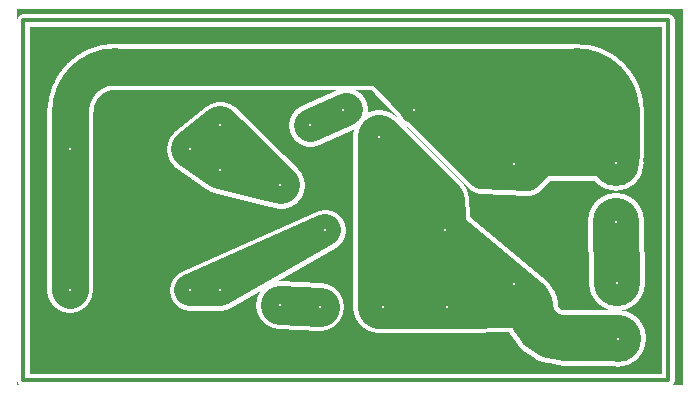
<source format=gbr>
%FSLAX34Y34*%
%MOMM*%
%LNSILK_TOP*%
G71*
G01*
%ADD10C, 2.90*%
%ADD11C, 3.00*%
%ADD12C, 4.70*%
%ADD13C, 2.80*%
%ADD14C, 3.10*%
%ADD15C, 3.90*%
%ADD16C, 2.90*%
%ADD17C, 2.10*%
%ADD18C, 3.60*%
%ADD19C, 4.70*%
%ADD20C, 4.10*%
%ADD21C, 3.50*%
%ADD22C, 3.00*%
%ADD23C, 4.00*%
%ADD24C, 4.40*%
%ADD25C, 1.10*%
%ADD26C, 2.10*%
%ADD27C, 2.20*%
%ADD28C, 3.90*%
%ADD29C, 2.00*%
%ADD30C, 2.30*%
%ADD31C, 3.10*%
%ADD32C, 1.30*%
%ADD33C, 2.80*%
%ADD34C, 3.30*%
%ADD35C, 2.70*%
%ADD36C, 2.20*%
%ADD37C, 3.20*%
%ADD38C, 0.30*%
%LPD*%
G36*
X0Y1000000D02*
X-564000Y1000000D01*
X-564000Y682000D01*
X0Y682000D01*
X0Y1000000D01*
G37*
%LPC*%
X-307520Y747600D02*
G54D10*
D03*
X-253520Y747600D02*
G54D10*
D03*
X-199520Y747600D02*
G54D10*
D03*
X-142500Y868680D02*
G54D11*
D03*
X-142500Y767080D02*
G54D11*
D03*
X-54520Y720900D02*
G54D12*
D03*
X-55520Y767900D02*
G54D12*
D03*
X-56520Y819900D02*
G54D12*
D03*
X-56520Y869900D02*
G54D12*
D03*
X-302520Y812800D02*
G54D13*
D03*
X-200920Y812800D02*
G54D13*
D03*
X-340620Y850900D02*
G54D13*
D03*
X-340620Y749300D02*
G54D13*
D03*
X-391420Y762000D02*
G54D13*
D03*
X-391420Y863600D02*
G54D13*
D03*
X-391420Y901700D02*
G54D14*
D03*
X-315220Y901700D02*
G54D14*
D03*
X-416820Y762000D02*
G54D13*
D03*
X-518420Y762000D02*
G54D13*
D03*
X-416820Y881380D02*
G54D11*
D03*
X-518420Y881380D02*
G54D11*
D03*
X-287479Y914670D02*
G54D14*
D03*
X-227439Y914400D02*
G54D14*
D03*
X-257639Y891900D02*
G54D14*
D03*
G54D15*
X-518420Y762000D02*
X-518607Y913466D01*
G54D15*
X-480320Y951230D02*
X-91319Y951217D01*
G54D15*
X-52330Y914400D02*
X-52330Y876300D01*
G54D16*
X-416820Y762000D02*
X-391420Y762000D01*
X-302520Y812800D01*
G54D17*
X-391420Y901700D02*
X-390020Y901700D01*
X-409820Y881900D01*
X-392520Y863900D01*
X-364520Y863900D01*
X-353520Y852900D01*
G54D18*
X-285351Y914959D02*
X-315220Y901700D01*
G54D15*
G75*
G01X-480320Y951230D02*
G03X-518420Y913130I0J-38100D01*
G01*
G54D15*
G75*
G01X-52330Y913130D02*
G03X-90430Y951230I-38100J0D01*
G01*
G54D19*
X-56520Y820464D02*
X-55403Y768324D01*
G54D20*
X-340620Y749300D02*
X-306990Y747624D01*
G36*
X-302520Y812800D02*
X-416820Y762000D01*
X-391420Y762000D01*
X-302520Y812800D01*
G37*
G54D21*
X-302520Y812800D02*
X-416820Y762000D01*
X-391420Y762000D01*
X-302520Y812800D01*
G36*
X-54870Y869950D02*
X-118370Y869950D01*
X-131070Y857250D01*
X-170718Y858374D01*
X-226320Y914400D01*
X-258424Y946505D01*
X-77831Y943711D01*
X-54870Y869950D01*
G37*
G54D22*
X-54870Y869950D02*
X-118370Y869950D01*
X-131070Y857250D01*
X-170718Y858374D01*
X-226320Y914400D01*
X-258424Y946505D01*
X-77831Y943711D01*
X-54870Y869950D01*
G36*
X-391516Y901731D02*
X-340425Y850726D01*
X-392065Y864071D01*
X-417476Y881621D01*
X-391699Y901731D01*
X-391516Y901731D01*
G37*
G54D23*
X-391516Y901731D02*
X-340425Y850726D01*
X-392065Y864071D01*
X-417476Y881621D01*
X-391699Y901731D01*
X-391516Y901731D01*
G36*
X-256872Y747895D02*
X-198772Y747896D01*
X-135084Y748454D01*
X-130056Y753482D01*
X-201565Y813259D01*
X-203200Y838200D01*
X-256872Y892588D01*
X-256872Y747895D01*
G37*
G54D24*
X-256872Y747895D02*
X-198772Y747896D01*
X-135084Y748454D01*
X-130056Y753482D01*
X-201565Y813259D01*
X-203200Y838200D01*
X-256872Y892588D01*
X-256872Y747895D01*
G54D19*
X-54637Y721080D02*
X-98771Y721080D01*
X-99330Y721639D01*
G54D19*
G75*
G01X-129246Y749300D02*
G03X-101600Y721654I27646J0D01*
G01*
G54D25*
X-12700Y990600D02*
X-558800Y990600D01*
X-558800Y685800D01*
X-12700Y685800D01*
X-12700Y990600D01*
%LPD*%
X-307520Y747600D02*
G54D26*
D03*
X-253520Y747600D02*
G54D26*
D03*
X-199520Y747600D02*
G54D26*
D03*
X-142500Y868680D02*
G54D27*
D03*
X-142500Y767080D02*
G54D27*
D03*
X-54520Y720900D02*
G54D28*
D03*
X-55520Y767900D02*
G54D28*
D03*
X-56520Y819900D02*
G54D28*
D03*
X-56520Y869900D02*
G54D28*
D03*
X-302520Y812800D02*
G54D29*
D03*
X-200920Y812800D02*
G54D29*
D03*
X-340620Y850900D02*
G54D29*
D03*
X-340620Y749300D02*
G54D29*
D03*
X-391420Y762000D02*
G54D29*
D03*
X-391420Y863600D02*
G54D29*
D03*
X-391420Y901700D02*
G54D30*
D03*
X-315220Y901700D02*
G54D30*
D03*
X-416820Y762000D02*
G54D29*
D03*
X-518420Y762000D02*
G54D29*
D03*
X-416820Y881380D02*
G54D27*
D03*
X-518420Y881380D02*
G54D27*
D03*
X-287479Y914670D02*
G54D30*
D03*
X-227439Y914400D02*
G54D30*
D03*
X-257639Y891900D02*
G54D30*
D03*
G54D31*
X-518420Y762000D02*
X-518607Y913466D01*
G54D31*
X-480320Y951230D02*
X-91319Y951217D01*
G54D31*
X-52330Y914400D02*
X-52330Y876300D01*
G54D17*
X-416820Y762000D02*
X-391420Y762000D01*
X-302520Y812800D01*
G54D32*
X-391420Y901700D02*
X-390020Y901700D01*
X-409820Y881900D01*
X-392520Y863900D01*
X-364520Y863900D01*
X-353520Y852900D01*
G54D33*
X-285351Y914959D02*
X-315220Y901700D01*
G54D31*
G75*
G01X-480320Y951230D02*
G03X-518420Y913130I0J-38100D01*
G01*
G54D31*
G75*
G01X-52330Y913130D02*
G03X-90430Y951230I-38100J0D01*
G01*
G54D15*
X-56520Y820464D02*
X-55403Y768324D01*
G54D34*
X-340620Y749300D02*
X-306990Y747624D01*
G36*
X-302520Y812800D02*
X-416820Y762000D01*
X-391420Y762000D01*
X-302520Y812800D01*
G37*
G54D35*
X-302520Y812800D02*
X-416820Y762000D01*
X-391420Y762000D01*
X-302520Y812800D01*
G36*
X-54870Y869950D02*
X-118370Y869950D01*
X-131070Y857250D01*
X-170718Y858374D01*
X-226320Y914400D01*
X-258424Y946505D01*
X-77831Y943711D01*
X-54870Y869950D01*
G37*
G54D36*
X-54870Y869950D02*
X-118370Y869950D01*
X-131070Y857250D01*
X-170718Y858374D01*
X-226320Y914400D01*
X-258424Y946505D01*
X-77831Y943711D01*
X-54870Y869950D01*
G36*
X-391516Y901731D02*
X-340425Y850726D01*
X-392065Y864071D01*
X-417476Y881621D01*
X-391699Y901731D01*
X-391516Y901731D01*
G37*
G54D37*
X-391516Y901731D02*
X-340425Y850726D01*
X-392065Y864071D01*
X-417476Y881621D01*
X-391699Y901731D01*
X-391516Y901731D01*
G36*
X-256872Y747895D02*
X-198772Y747896D01*
X-135084Y748454D01*
X-130056Y753482D01*
X-201565Y813259D01*
X-203200Y838200D01*
X-256872Y892588D01*
X-256872Y747895D01*
G37*
G54D18*
X-256872Y747895D02*
X-198772Y747896D01*
X-135084Y748454D01*
X-130056Y753482D01*
X-201565Y813259D01*
X-203200Y838200D01*
X-256872Y892588D01*
X-256872Y747895D01*
G54D15*
X-54637Y721080D02*
X-98771Y721080D01*
X-99330Y721639D01*
G54D15*
G75*
G01X-129246Y749300D02*
G03X-101600Y721654I27646J0D01*
G01*
G54D38*
X-12700Y990600D02*
X-558800Y990600D01*
X-558800Y685800D01*
X-12700Y685800D01*
X-12700Y990600D01*
%LNAUGENFREISTANZEN*%
%LPC*%
X-307520Y747600D02*
G54D38*
D03*
X-253520Y747600D02*
G54D38*
D03*
X-199520Y747600D02*
G54D38*
D03*
X-142500Y868680D02*
G54D38*
D03*
X-142500Y767080D02*
G54D38*
D03*
X-54520Y720900D02*
G54D38*
D03*
X-55520Y767900D02*
G54D38*
D03*
X-56520Y819900D02*
G54D38*
D03*
X-56520Y869900D02*
G54D38*
D03*
X-302520Y812800D02*
G54D38*
D03*
X-200920Y812800D02*
G54D38*
D03*
X-340620Y850900D02*
G54D38*
D03*
X-340620Y749300D02*
G54D38*
D03*
X-391420Y762000D02*
G54D38*
D03*
X-391420Y863600D02*
G54D38*
D03*
X-391420Y901700D02*
G54D38*
D03*
X-315220Y901700D02*
G54D38*
D03*
X-416820Y762000D02*
G54D38*
D03*
X-518420Y762000D02*
G54D38*
D03*
X-416820Y881380D02*
G54D38*
D03*
X-518420Y881380D02*
G54D38*
D03*
X-287479Y914670D02*
G54D38*
D03*
X-227439Y914400D02*
G54D38*
D03*
X-257639Y891900D02*
G54D38*
D03*
M02*

</source>
